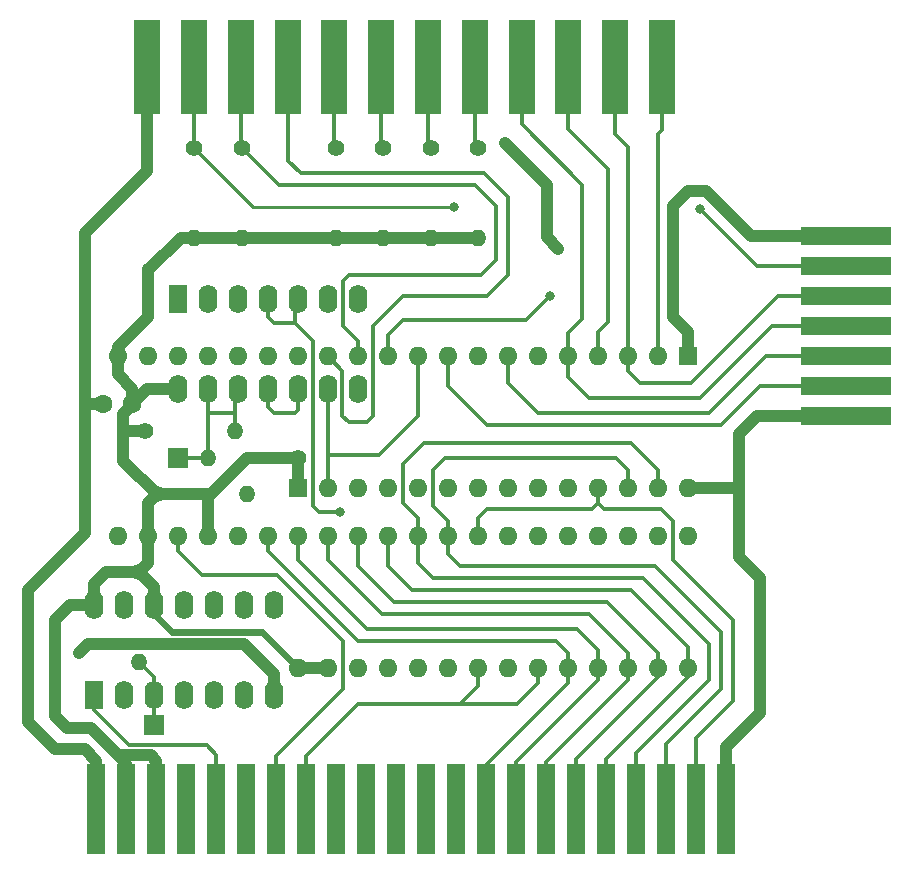
<source format=gbr>
%TF.GenerationSoftware,KiCad,Pcbnew,9.0.0*%
%TF.CreationDate,2025-04-04T09:07:06-04:00*%
%TF.ProjectId,RTC-Link2,5254432d-4c69-46e6-9b32-2e6b69636164,1.1*%
%TF.SameCoordinates,Original*%
%TF.FileFunction,Copper,L1,Top*%
%TF.FilePolarity,Positive*%
%FSLAX46Y46*%
G04 Gerber Fmt 4.6, Leading zero omitted, Abs format (unit mm)*
G04 Created by KiCad (PCBNEW 9.0.0) date 2025-04-04 09:07:06*
%MOMM*%
%LPD*%
G01*
G04 APERTURE LIST*
%TA.AperFunction,ComponentPad*%
%ADD10R,1.600000X2.400000*%
%TD*%
%TA.AperFunction,ComponentPad*%
%ADD11O,1.600000X2.400000*%
%TD*%
%TA.AperFunction,ComponentPad*%
%ADD12C,1.400000*%
%TD*%
%TA.AperFunction,ComponentPad*%
%ADD13O,1.400000X1.400000*%
%TD*%
%TA.AperFunction,ComponentPad*%
%ADD14R,1.600000X1.600000*%
%TD*%
%TA.AperFunction,ComponentPad*%
%ADD15O,1.600000X1.600000*%
%TD*%
%TA.AperFunction,ConnectorPad*%
%ADD16R,7.620000X1.524000*%
%TD*%
%TA.AperFunction,ConnectorPad*%
%ADD17R,1.524000X7.620000*%
%TD*%
%TA.AperFunction,ConnectorPad*%
%ADD18R,2.286000X8.000000*%
%TD*%
%TA.AperFunction,ComponentPad*%
%ADD19C,1.600000*%
%TD*%
%TA.AperFunction,ComponentPad*%
%ADD20R,1.700000X1.700000*%
%TD*%
%TA.AperFunction,ViaPad*%
%ADD21C,0.800000*%
%TD*%
%TA.AperFunction,Conductor*%
%ADD22C,1.000000*%
%TD*%
%TA.AperFunction,Conductor*%
%ADD23C,0.600000*%
%TD*%
%TA.AperFunction,Conductor*%
%ADD24C,0.300000*%
%TD*%
%TA.AperFunction,Conductor*%
%ADD25C,0.250000*%
%TD*%
G04 APERTURE END LIST*
D10*
%TO.P,U2,1*%
%TO.N,R{slash}~{W}*%
X125476000Y-103378000D03*
D11*
%TO.P,U2,2*%
%TO.N,Net-(U2-Pad2)*%
X128016000Y-103378000D03*
%TO.P,U2,3*%
%TO.N,Net-(J2-Pin_1)*%
X130556000Y-103378000D03*
%TO.P,U2,4*%
%TO.N,A15*%
X133096000Y-103378000D03*
%TO.P,U2,5*%
%TO.N,A14*%
X135636000Y-103378000D03*
%TO.P,U2,6*%
%TO.N,A13*%
X138176000Y-103378000D03*
%TO.P,U2,7,GND*%
%TO.N,GND*%
X140716000Y-103378000D03*
%TO.P,U2,8*%
%TO.N,~{GAME}*%
X140716000Y-95758000D03*
%TO.P,U2,9*%
%TO.N,N/C*%
X138176000Y-95758000D03*
%TO.P,U2,10*%
X135636000Y-95758000D03*
%TO.P,U2,11*%
%TO.N,Net-(U2-Pad11)*%
X133096000Y-95758000D03*
%TO.P,U2,12*%
%TO.N,5V*%
X130556000Y-95758000D03*
%TO.P,U2,13*%
%TO.N,N/C*%
X128016000Y-95758000D03*
%TO.P,U2,14,VCC*%
%TO.N,5V*%
X125476000Y-95758000D03*
%TD*%
D12*
%TO.P,R2,1*%
%TO.N,PB2*%
X138000000Y-57000000D03*
D13*
%TO.P,R2,2*%
%TO.N,5V*%
X138000000Y-64620000D03*
%TD*%
D14*
%TO.P,U1,1,VSS*%
%TO.N,GND*%
X175768000Y-74676000D03*
D15*
%TO.P,U1,2,PA0*%
%TO.N,PA0*%
X173228000Y-74676000D03*
%TO.P,U1,3,PA1*%
%TO.N,PA1*%
X170688000Y-74676000D03*
%TO.P,U1,4,PA2*%
%TO.N,PA2*%
X168148000Y-74676000D03*
%TO.P,U1,5,PA3*%
%TO.N,PA3*%
X165608000Y-74676000D03*
%TO.P,U1,6,PA4*%
%TO.N,PA4*%
X163068000Y-74676000D03*
%TO.P,U1,7,PA5*%
%TO.N,PA5*%
X160528000Y-74676000D03*
%TO.P,U1,8,PA6*%
%TO.N,PA6*%
X157988000Y-74676000D03*
%TO.P,U1,9,PA7*%
%TO.N,PA7*%
X155448000Y-74676000D03*
%TO.P,U1,10,PB0*%
%TO.N,PB0*%
X152908000Y-74676000D03*
%TO.P,U1,11,PB1*%
%TO.N,PB1*%
X150368000Y-74676000D03*
%TO.P,U1,12,PB2*%
%TO.N,PB2*%
X147828000Y-74676000D03*
%TO.P,U1,13,PB3*%
%TO.N,PB3*%
X145288000Y-74676000D03*
%TO.P,U1,14,PB4*%
%TO.N,PB4*%
X142748000Y-74676000D03*
%TO.P,U1,15,PB5*%
%TO.N,PB5*%
X140208000Y-74676000D03*
%TO.P,U1,16,PB6*%
%TO.N,PB6*%
X137668000Y-74676000D03*
%TO.P,U1,17,PB7*%
%TO.N,PB7*%
X135128000Y-74676000D03*
%TO.P,U1,18,CB1*%
%TO.N,unconnected-(U1-CB1-Pad18)*%
X132588000Y-74676000D03*
%TO.P,U1,19,CB2*%
%TO.N,unconnected-(U1-CB2-Pad19)*%
X130048000Y-74676000D03*
%TO.P,U1,20,VCC*%
%TO.N,5V*%
X127508000Y-74676000D03*
%TO.P,U1,21,R/~{W}*%
%TO.N,R{slash}~{W}*%
X127508000Y-89916000D03*
%TO.P,U1,22,CS0*%
%TO.N,5V*%
X130048000Y-89916000D03*
%TO.P,U1,23,~{CS2}*%
%TO.N,~{IO1}*%
X132588000Y-89916000D03*
%TO.P,U1,24,CS1*%
%TO.N,5V*%
X135128000Y-89916000D03*
%TO.P,U1,25,ENABLE*%
%TO.N,PHI2*%
X137668000Y-89916000D03*
%TO.P,U1,26,D7*%
%TO.N,D7*%
X140208000Y-89916000D03*
%TO.P,U1,27,D6*%
%TO.N,D6*%
X142748000Y-89916000D03*
%TO.P,U1,28,D5*%
%TO.N,D5*%
X145288000Y-89916000D03*
%TO.P,U1,29,D4*%
%TO.N,D4*%
X147828000Y-89916000D03*
%TO.P,U1,30,D3*%
%TO.N,D3*%
X150368000Y-89916000D03*
%TO.P,U1,31,D2*%
%TO.N,D2*%
X152908000Y-89916000D03*
%TO.P,U1,32,D1*%
%TO.N,D1*%
X155448000Y-89916000D03*
%TO.P,U1,33,D0*%
%TO.N,D0*%
X157988000Y-89916000D03*
%TO.P,U1,34,~{RESET}*%
%TO.N,~{RESET}*%
X160528000Y-89916000D03*
%TO.P,U1,35,RS1*%
%TO.N,A1*%
X163068000Y-89916000D03*
%TO.P,U1,36,RS0*%
%TO.N,A0*%
X165608000Y-89916000D03*
%TO.P,U1,37,~{IRQB}*%
%TO.N,unconnected-(U1-~{IRQB}-Pad37)*%
X168148000Y-89916000D03*
%TO.P,U1,38,~{IRQA}*%
%TO.N,unconnected-(U1-~{IRQA}-Pad38)*%
X170688000Y-89916000D03*
%TO.P,U1,39,CA2*%
%TO.N,CA2*%
X173228000Y-89916000D03*
%TO.P,U1,40,CA1*%
%TO.N,CA1*%
X175768000Y-89916000D03*
%TD*%
D16*
%TO.P,J1,1,Pin_1*%
%TO.N,GND*%
X189200000Y-79750000D03*
%TO.P,J1,2,Pin_2*%
%TO.N,PA7*%
X189200000Y-77210000D03*
%TO.P,J1,3,Pin_3*%
%TO.N,PA5*%
X189200000Y-74670000D03*
%TO.P,J1,4,Pin_4*%
%TO.N,PA3*%
X189200000Y-72130000D03*
%TO.P,J1,5,Pin_5*%
%TO.N,PA1*%
X189200000Y-69590000D03*
%TO.P,J1,6,Pin_6*%
%TO.N,PB1*%
X189200000Y-67050000D03*
%TO.P,J1,7,Pin_7*%
%TO.N,GND*%
X189200000Y-64510000D03*
%TD*%
D17*
%TO.P,P1,1,GND*%
%TO.N,GND*%
X125660000Y-113000000D03*
%TO.P,P1,2,+5V*%
%TO.N,5V*%
X128200000Y-113000000D03*
%TO.P,P1,3,+5V*%
X130740000Y-113000000D03*
%TO.P,P1,4,~{IRQ}*%
%TO.N,~{IRQ}*%
X133280000Y-113000000D03*
%TO.P,P1,5,R/~{W}*%
%TO.N,R{slash}~{W}*%
X135820000Y-113000000D03*
%TO.P,P1,6,DOTCLK*%
%TO.N,unconnected-(P1-DOTCLK-Pad6)*%
X138360000Y-113000000D03*
%TO.P,P1,7,~{I/O1}*%
%TO.N,~{IO1}*%
X140900000Y-113000000D03*
%TO.P,P1,8,~{GAME}*%
%TO.N,~{GAME}*%
X143440000Y-113000000D03*
%TO.P,P1,9,~{EXROM}*%
%TO.N,unconnected-(P1-~{EXROM}-Pad9)*%
X145980000Y-113000000D03*
%TO.P,P1,10,~{I/O2}*%
%TO.N,unconnected-(P1-~{I{slash}O2}-Pad10)*%
X148520000Y-113000000D03*
%TO.P,P1,11,~{ROML}*%
%TO.N,unconnected-(P1-~{ROML}-Pad11)*%
X151060000Y-113000000D03*
%TO.P,P1,12,BA*%
%TO.N,unconnected-(P1-BA-Pad12)*%
X153600000Y-113000000D03*
%TO.P,P1,13,~{DMA}*%
%TO.N,unconnected-(P1-~{DMA}-Pad13)*%
X156140000Y-113000000D03*
%TO.P,P1,14,D7*%
%TO.N,D7*%
X158680000Y-113000000D03*
%TO.P,P1,15,D6*%
%TO.N,D6*%
X161220000Y-113000000D03*
%TO.P,P1,16,D5*%
%TO.N,D5*%
X163760000Y-113000000D03*
%TO.P,P1,17,D4*%
%TO.N,D4*%
X166300000Y-113000000D03*
%TO.P,P1,18,D3*%
%TO.N,D3*%
X168840000Y-113000000D03*
%TO.P,P1,19,D2*%
%TO.N,D2*%
X171380000Y-113000000D03*
%TO.P,P1,20,D1*%
%TO.N,D1*%
X173920000Y-113000000D03*
%TO.P,P1,21,D0*%
%TO.N,D0*%
X176460000Y-113000000D03*
%TO.P,P1,22,GND*%
%TO.N,GND*%
X179000000Y-113000000D03*
%TD*%
D12*
%TO.P,R6,1*%
%TO.N,PB4*%
X158000000Y-57000000D03*
D13*
%TO.P,R6,2*%
%TO.N,5V*%
X158000000Y-64620000D03*
%TD*%
D12*
%TO.P,R3,1*%
%TO.N,PB7*%
X146000000Y-57000000D03*
D13*
%TO.P,R3,2*%
%TO.N,5V*%
X146000000Y-64620000D03*
%TD*%
D12*
%TO.P,R4,1*%
%TO.N,PB6*%
X150000000Y-57000000D03*
D13*
%TO.P,R4,2*%
%TO.N,5V*%
X150000000Y-64620000D03*
%TD*%
D18*
%TO.P,CN1,1*%
%TO.N,PA0*%
X173585000Y-50200000D03*
%TO.P,CN1,2*%
%TO.N,PA1*%
X169625000Y-50200000D03*
%TO.P,CN1,3*%
%TO.N,PA2*%
X165665000Y-50200000D03*
%TO.P,CN1,4*%
%TO.N,PA3*%
X161705000Y-50200000D03*
%TO.P,CN1,5*%
%TO.N,PB4*%
X157745000Y-50200000D03*
%TO.P,CN1,6*%
%TO.N,PB5*%
X153785000Y-50200000D03*
%TO.P,CN1,7*%
%TO.N,PB6*%
X149825000Y-50200000D03*
%TO.P,CN1,8*%
%TO.N,PB7*%
X145865000Y-50200000D03*
%TO.P,CN1,9*%
%TO.N,PB3*%
X141905000Y-50200000D03*
%TO.P,CN1,10*%
%TO.N,PB2*%
X137945000Y-50200000D03*
%TO.P,CN1,11*%
%TO.N,CA2*%
X133985000Y-50200000D03*
%TO.P,CN1,12*%
%TO.N,GND*%
X130025000Y-50200000D03*
%TD*%
D12*
%TO.P,R5,1*%
%TO.N,PB5*%
X154000000Y-57000000D03*
D13*
%TO.P,R5,2*%
%TO.N,5V*%
X154000000Y-64620000D03*
%TD*%
D12*
%TO.P,R1,1*%
%TO.N,CA2*%
X134000000Y-57000000D03*
D13*
%TO.P,R1,2*%
%TO.N,5V*%
X134000000Y-64620000D03*
%TD*%
D12*
%TO.P,R10,1*%
%TO.N,5V*%
X129286000Y-92964000D03*
D13*
%TO.P,R10,2*%
%TO.N,Net-(J2-Pin_1)*%
X129286000Y-100584000D03*
%TD*%
D14*
%TO.P,U4,1,VPP*%
%TO.N,5V*%
X142748000Y-85852000D03*
D15*
%TO.P,U4,2,A12*%
%TO.N,PB0*%
X145288000Y-85852000D03*
%TO.P,U4,3,A7*%
%TO.N,A7*%
X147828000Y-85852000D03*
%TO.P,U4,4,A6*%
%TO.N,A6*%
X150368000Y-85852000D03*
%TO.P,U4,5,A5*%
%TO.N,A5*%
X152908000Y-85852000D03*
%TO.P,U4,6,A4*%
%TO.N,A4*%
X155448000Y-85852000D03*
%TO.P,U4,7,A3*%
%TO.N,A3*%
X157988000Y-85852000D03*
%TO.P,U4,8,A2*%
%TO.N,A2*%
X160528000Y-85852000D03*
%TO.P,U4,9,A1*%
%TO.N,A1*%
X163068000Y-85852000D03*
%TO.P,U4,10,A0*%
%TO.N,A0*%
X165608000Y-85852000D03*
%TO.P,U4,11,D0*%
%TO.N,D0*%
X168148000Y-85852000D03*
%TO.P,U4,12,D1*%
%TO.N,D1*%
X170688000Y-85852000D03*
%TO.P,U4,13,D2*%
%TO.N,D2*%
X173228000Y-85852000D03*
%TO.P,U4,14,GND*%
%TO.N,GND*%
X175768000Y-85852000D03*
%TO.P,U4,15,D3*%
%TO.N,D3*%
X175768000Y-101092000D03*
%TO.P,U4,16,D4*%
%TO.N,D4*%
X173228000Y-101092000D03*
%TO.P,U4,17,D5*%
%TO.N,D5*%
X170688000Y-101092000D03*
%TO.P,U4,18,D6*%
%TO.N,D6*%
X168148000Y-101092000D03*
%TO.P,U4,19,D7*%
%TO.N,D7*%
X165608000Y-101092000D03*
%TO.P,U4,20,~{CE}*%
%TO.N,~{GAME}*%
X163068000Y-101092000D03*
%TO.P,U4,21,A10*%
%TO.N,A10*%
X160528000Y-101092000D03*
%TO.P,U4,22,~{OE}*%
%TO.N,~{GAME}*%
X157988000Y-101092000D03*
%TO.P,U4,23,A11*%
%TO.N,A11*%
X155448000Y-101092000D03*
%TO.P,U4,24,A9*%
%TO.N,A9*%
X152908000Y-101092000D03*
%TO.P,U4,25,A8*%
%TO.N,A8*%
X150368000Y-101092000D03*
%TO.P,U4,26,NC*%
%TO.N,unconnected-(U4-NC-Pad26)*%
X147828000Y-101092000D03*
%TO.P,U4,27,~{PGM}*%
%TO.N,5V*%
X145288000Y-101092000D03*
%TO.P,U4,28,VCC*%
X142748000Y-101092000D03*
%TD*%
D19*
%TO.P,C1,1*%
%TO.N,5V*%
X128738000Y-78740000D03*
%TO.P,C1,2*%
%TO.N,GND*%
X126238000Y-78740000D03*
%TD*%
D20*
%TO.P,J3,1,Pin_1*%
%TO.N,Net-(J3-Pin_1)*%
X132588000Y-83312000D03*
%TD*%
D12*
%TO.P,R7,1*%
%TO.N,5V*%
X129794000Y-81026000D03*
D13*
%TO.P,R7,2*%
%TO.N,Net-(J3-Pin_1)*%
X137414000Y-81026000D03*
%TD*%
D20*
%TO.P,J2,1,Pin_1*%
%TO.N,Net-(J2-Pin_1)*%
X130556000Y-105918000D03*
%TD*%
D12*
%TO.P,R9,1*%
%TO.N,5V*%
X130810000Y-86360000D03*
D13*
%TO.P,R9,2*%
%TO.N,PB0*%
X138430000Y-86360000D03*
%TD*%
D12*
%TO.P,R8,1*%
%TO.N,5V*%
X142748000Y-83312000D03*
D13*
%TO.P,R8,2*%
%TO.N,Net-(J3-Pin_1)*%
X135128000Y-83312000D03*
%TD*%
D10*
%TO.P,U3,1*%
%TO.N,unconnected-(U3-Pad1)*%
X132588000Y-69850000D03*
D11*
%TO.P,U3,2*%
%TO.N,unconnected-(U3-Pad2)*%
X135128000Y-69850000D03*
%TO.P,U3,3*%
%TO.N,unconnected-(U3-Pad3)*%
X137668000Y-69850000D03*
%TO.P,U3,4*%
%TO.N,A12*%
X140208000Y-69850000D03*
%TO.P,U3,5*%
X142748000Y-69850000D03*
%TO.P,U3,6*%
%TO.N,Net-(U2-Pad11)*%
X145288000Y-69850000D03*
%TO.P,U3,7,GND*%
%TO.N,GND*%
X147828000Y-69850000D03*
%TO.P,U3,8*%
%TO.N,Net-(U2-Pad2)*%
X147828000Y-77470000D03*
%TO.P,U3,9*%
%TO.N,PB0*%
X145288000Y-77470000D03*
%TO.P,U3,10*%
%TO.N,Net-(U3-Pad10)*%
X142748000Y-77470000D03*
%TO.P,U3,11*%
X140208000Y-77470000D03*
%TO.P,U3,12*%
%TO.N,Net-(J3-Pin_1)*%
X137668000Y-77470000D03*
%TO.P,U3,13*%
X135128000Y-77470000D03*
%TO.P,U3,14,VCC*%
%TO.N,5V*%
X132588000Y-77470000D03*
%TD*%
D21*
%TO.N,GND*%
X180086000Y-85852000D03*
X179000000Y-107766000D03*
X183896000Y-64510000D03*
X160274000Y-56642000D03*
X130025000Y-54864000D03*
X164820000Y-65550000D03*
X124206000Y-99822000D03*
X183896000Y-79750000D03*
%TO.N,A12*%
X146304000Y-87884000D03*
%TO.N,PB1*%
X164084000Y-69596000D03*
X176784000Y-62230000D03*
%TO.N,CA2*%
X156000000Y-62000000D03*
%TD*%
D22*
%TO.N,GND*%
X122174000Y-107950000D02*
X119888000Y-105664000D01*
X130025000Y-58951000D02*
X130025000Y-50200000D01*
X163830000Y-60198000D02*
X160274000Y-56642000D01*
X138176000Y-99060000D02*
X124968000Y-99060000D01*
X183896000Y-79750000D02*
X189200000Y-79750000D01*
X177292000Y-60706000D02*
X175768000Y-60706000D01*
X181864000Y-93472000D02*
X180086000Y-91694000D01*
X180086000Y-91694000D02*
X180086000Y-85852000D01*
X174498000Y-61976000D02*
X174498000Y-71374000D01*
X125660000Y-113000000D02*
X125660000Y-108896000D01*
X163830000Y-64560000D02*
X163830000Y-60198000D01*
X179000000Y-107766000D02*
X179000000Y-113000000D01*
X181096000Y-64510000D02*
X177292000Y-60706000D01*
X175768000Y-72644000D02*
X175768000Y-74676000D01*
X181864000Y-104902000D02*
X181864000Y-93472000D01*
X124714000Y-89662000D02*
X124714000Y-78740000D01*
X189200000Y-64510000D02*
X183896000Y-64510000D01*
X124714000Y-64262000D02*
X130025000Y-58951000D01*
X180086000Y-85852000D02*
X175768000Y-85852000D01*
X124714000Y-78740000D02*
X126238000Y-78740000D01*
X119888000Y-105664000D02*
X119888000Y-94488000D01*
X183896000Y-64510000D02*
X181096000Y-64510000D01*
X125660000Y-108896000D02*
X124714000Y-107950000D01*
X140716000Y-101600000D02*
X138176000Y-99060000D01*
X180086000Y-81280000D02*
X181616000Y-79750000D01*
X124714000Y-78740000D02*
X124714000Y-64262000D01*
X124714000Y-107950000D02*
X122174000Y-107950000D01*
X140716000Y-103378000D02*
X140716000Y-101600000D01*
X180086000Y-85852000D02*
X180086000Y-81280000D01*
X164820000Y-65550000D02*
X163830000Y-64560000D01*
X175768000Y-60706000D02*
X174498000Y-61976000D01*
X179000000Y-107766000D02*
X181864000Y-104902000D01*
X124968000Y-99060000D02*
X124206000Y-99822000D01*
X174498000Y-71374000D02*
X175768000Y-72644000D01*
X119888000Y-94488000D02*
X124714000Y-89662000D01*
X181616000Y-79750000D02*
X183896000Y-79750000D01*
%TO.N,5V*%
X130048000Y-89916000D02*
X130048000Y-92202000D01*
X130048000Y-67310000D02*
X130048000Y-71374000D01*
X127508000Y-73914000D02*
X127508000Y-74676000D01*
X128200000Y-109150000D02*
X127508000Y-108458000D01*
X123444000Y-95758000D02*
X125476000Y-95758000D01*
D23*
X130556000Y-96520000D02*
X132080000Y-98044000D01*
D22*
X122174000Y-97028000D02*
X123444000Y-95758000D01*
X130008000Y-77470000D02*
X132588000Y-77470000D01*
X128200000Y-113000000D02*
X128200000Y-109150000D01*
X129794000Y-81026000D02*
X127938001Y-81026000D01*
X130048000Y-87122000D02*
X130048000Y-89916000D01*
X128738000Y-78740000D02*
X130008000Y-77470000D01*
X130740000Y-108896000D02*
X130740000Y-113000000D01*
X127508000Y-108458000D02*
X125222000Y-106172000D01*
X129286000Y-92964000D02*
X126492000Y-92964000D01*
X123190000Y-106172000D02*
X122174000Y-105156000D01*
X142748000Y-83312000D02*
X142748000Y-85852000D01*
X138430000Y-83312000D02*
X142748000Y-83312000D01*
D23*
X132080000Y-98044000D02*
X139700000Y-98044000D01*
D22*
X127938001Y-81026000D02*
X127938001Y-79539999D01*
X130048000Y-71374000D02*
X127508000Y-73914000D01*
X130810000Y-86360000D02*
X135382000Y-86360000D01*
X158000000Y-64620000D02*
X154000000Y-64620000D01*
X134000000Y-64620000D02*
X132842000Y-64620000D01*
X142748000Y-101092000D02*
X145288000Y-101092000D01*
X135382000Y-86360000D02*
X136652000Y-85090000D01*
X130810000Y-86360000D02*
X127938001Y-83488001D01*
X135382000Y-86360000D02*
X135128000Y-86614000D01*
X130048000Y-92202000D02*
X129286000Y-92964000D01*
X122174000Y-105156000D02*
X122174000Y-97028000D01*
X128738000Y-77430000D02*
X128738000Y-78740000D01*
X138000000Y-64620000D02*
X134000000Y-64620000D01*
X136652000Y-85090000D02*
X138430000Y-83312000D01*
X146000000Y-64620000D02*
X138000000Y-64620000D01*
X154000000Y-64620000D02*
X150000000Y-64620000D01*
X130810000Y-86360000D02*
X130048000Y-87122000D01*
X130556000Y-94234000D02*
X130556000Y-95758000D01*
X127508000Y-74676000D02*
X127508000Y-76200000D01*
X125476000Y-93980000D02*
X125476000Y-95758000D01*
X127938001Y-83488001D02*
X127938001Y-81026000D01*
X127508000Y-76200000D02*
X128738000Y-77430000D01*
X127938001Y-79539999D02*
X128738000Y-78740000D01*
X126492000Y-92964000D02*
X125476000Y-93980000D01*
D23*
X130556000Y-95758000D02*
X130556000Y-96520000D01*
D22*
X127508000Y-108458000D02*
X130302000Y-108458000D01*
X130302000Y-108458000D02*
X130740000Y-108896000D01*
X150000000Y-64620000D02*
X146000000Y-64620000D01*
X130152000Y-67310000D02*
X132842000Y-64620000D01*
X125222000Y-106172000D02*
X123190000Y-106172000D01*
D23*
X139700000Y-98044000D02*
X142748000Y-101092000D01*
D22*
X135128000Y-86614000D02*
X135128000Y-89916000D01*
X129286000Y-92964000D02*
X130556000Y-94234000D01*
X130048000Y-67310000D02*
X130152000Y-67310000D01*
D24*
%TO.N,D7*%
X158680000Y-109290000D02*
X158680000Y-113000000D01*
X165608000Y-99822000D02*
X164592000Y-98806000D01*
X165608000Y-101092000D02*
X165608000Y-99822000D01*
X164592000Y-98806000D02*
X147828000Y-98806000D01*
X165608000Y-102362000D02*
X158680000Y-109290000D01*
X140208000Y-91186000D02*
X140208000Y-89916000D01*
X147828000Y-98806000D02*
X140208000Y-91186000D01*
X165608000Y-101092000D02*
X165608000Y-102362000D01*
%TO.N,D6*%
X168148000Y-102108000D02*
X161220000Y-109036000D01*
X142748000Y-91948000D02*
X142748000Y-89916000D01*
X168148000Y-101092000D02*
X168148000Y-99568000D01*
X148590000Y-97790000D02*
X142748000Y-91948000D01*
X161220000Y-109036000D02*
X161220000Y-113000000D01*
X168148000Y-101092000D02*
X168148000Y-102108000D01*
X168148000Y-99568000D02*
X166370000Y-97790000D01*
X166370000Y-97790000D02*
X148590000Y-97790000D01*
%TO.N,D5*%
X170688000Y-101092000D02*
X170688000Y-102108000D01*
X149860000Y-96520000D02*
X145288000Y-91948000D01*
X145288000Y-91948000D02*
X145288000Y-89916000D01*
X163760000Y-109036000D02*
X163760000Y-113000000D01*
X170688000Y-102108000D02*
X163760000Y-109036000D01*
X167386000Y-96520000D02*
X149860000Y-96520000D01*
X170688000Y-101092000D02*
X170688000Y-99822000D01*
X170688000Y-99822000D02*
X167386000Y-96520000D01*
%TO.N,D4*%
X173228000Y-99822000D02*
X168910000Y-95504000D01*
X173228000Y-101092000D02*
X173228000Y-99822000D01*
X168910000Y-95504000D02*
X150876000Y-95504000D01*
X147828000Y-92456000D02*
X147828000Y-89916000D01*
X150876000Y-95504000D02*
X147828000Y-92456000D01*
X173228000Y-101092000D02*
X173228000Y-101854000D01*
X173228000Y-101854000D02*
X166300000Y-108782000D01*
X166300000Y-108782000D02*
X166300000Y-113000000D01*
%TO.N,D3*%
X175768000Y-99314000D02*
X170942000Y-94488000D01*
X175768000Y-101854000D02*
X168840000Y-108782000D01*
X168840000Y-108782000D02*
X168840000Y-113000000D01*
X170942000Y-94488000D02*
X152400000Y-94488000D01*
X150368000Y-92456000D02*
X150368000Y-89916000D01*
X175768000Y-101092000D02*
X175768000Y-101854000D01*
X152400000Y-94488000D02*
X150368000Y-92456000D01*
X175768000Y-101092000D02*
X175768000Y-99314000D01*
%TO.N,D2*%
X173228000Y-84328000D02*
X170942000Y-82042000D01*
X151638000Y-83820000D02*
X151638000Y-87122000D01*
X171958000Y-93472000D02*
X177546000Y-99060000D01*
X154178000Y-93472000D02*
X171958000Y-93472000D01*
X177546000Y-102108000D02*
X171380000Y-108274000D01*
X173228000Y-85852000D02*
X173228000Y-84328000D01*
X151638000Y-87122000D02*
X152908000Y-88392000D01*
X152908000Y-88392000D02*
X152908000Y-89916000D01*
X152908000Y-92202000D02*
X154178000Y-93472000D01*
X177546000Y-99060000D02*
X177546000Y-102108000D01*
X152908000Y-89916000D02*
X152908000Y-92202000D01*
X171380000Y-108274000D02*
X171380000Y-113000000D01*
X153416000Y-82042000D02*
X151638000Y-83820000D01*
X170942000Y-82042000D02*
X153416000Y-82042000D01*
%TO.N,D1*%
X172974000Y-92456000D02*
X156464000Y-92456000D01*
X155194000Y-83312000D02*
X169672000Y-83312000D01*
X155448000Y-88646000D02*
X154178000Y-87376000D01*
X154178000Y-84328000D02*
X155194000Y-83312000D01*
X173920000Y-113000000D02*
X173920000Y-107512000D01*
X154178000Y-87376000D02*
X154178000Y-84328000D01*
X178562000Y-102870000D02*
X178562000Y-98044000D01*
X170688000Y-84328000D02*
X170688000Y-85852000D01*
X155448000Y-89916000D02*
X155448000Y-88646000D01*
X169672000Y-83312000D02*
X170688000Y-84328000D01*
X155448000Y-91440000D02*
X155448000Y-89916000D01*
X173920000Y-107512000D02*
X178562000Y-102870000D01*
X156464000Y-92456000D02*
X155448000Y-91440000D01*
X178562000Y-98044000D02*
X172974000Y-92456000D01*
%TO.N,D0*%
X179578000Y-103886000D02*
X179578000Y-97028000D01*
X176460000Y-113000000D02*
X176460000Y-107004000D01*
X174498000Y-88646000D02*
X173482000Y-87630000D01*
X168148000Y-87122000D02*
X168148000Y-85852000D01*
X173482000Y-87630000D02*
X168656000Y-87630000D01*
X174498000Y-91948000D02*
X174498000Y-88646000D01*
X158750000Y-87630000D02*
X167640000Y-87630000D01*
X167640000Y-87630000D02*
X168148000Y-87122000D01*
X157988000Y-89916000D02*
X157988000Y-88392000D01*
X157988000Y-88392000D02*
X158750000Y-87630000D01*
X168656000Y-87630000D02*
X168148000Y-87122000D01*
X179578000Y-97028000D02*
X174498000Y-91948000D01*
X176460000Y-107004000D02*
X179578000Y-103886000D01*
%TO.N,A12*%
X142494000Y-71882000D02*
X144018000Y-73406000D01*
X140208000Y-71374000D02*
X140716000Y-71882000D01*
X144526000Y-87884000D02*
X146304000Y-87884000D01*
X142494000Y-70612000D02*
X142494000Y-71882000D01*
X140716000Y-71882000D02*
X142494000Y-71882000D01*
X144018000Y-87376000D02*
X144526000Y-87884000D01*
X140208000Y-69850000D02*
X140208000Y-71374000D01*
X144018000Y-73406000D02*
X144018000Y-87376000D01*
%TO.N,PA0*%
X173228000Y-55880000D02*
X173585000Y-55523000D01*
X173585000Y-55523000D02*
X173585000Y-50200000D01*
X173228000Y-74676000D02*
X173228000Y-55880000D01*
%TO.N,PA1*%
X171704000Y-76962000D02*
X176022000Y-76962000D01*
X170688000Y-75946000D02*
X171704000Y-76962000D01*
X183394000Y-69590000D02*
X189200000Y-69590000D01*
X170688000Y-56943000D02*
X169625000Y-55880000D01*
X169625000Y-50200000D02*
X169625000Y-55880000D01*
X170688000Y-74676000D02*
X170688000Y-75946000D01*
X170688000Y-74676000D02*
X170688000Y-56943000D01*
X176022000Y-76962000D02*
X183394000Y-69590000D01*
%TO.N,PA2*%
X168148000Y-74676000D02*
X168148000Y-72582000D01*
X165665000Y-55429000D02*
X165665000Y-50200000D01*
X169010000Y-58774000D02*
X165665000Y-55429000D01*
X168148000Y-72582000D02*
X169010000Y-71720000D01*
X169010000Y-71720000D02*
X169010000Y-58774000D01*
%TO.N,PA3*%
X161705000Y-55025000D02*
X161705000Y-50200000D01*
X182886000Y-72130000D02*
X189200000Y-72130000D01*
X165608000Y-74676000D02*
X165608000Y-72722000D01*
X165608000Y-74676000D02*
X165608000Y-76454000D01*
X167386000Y-78232000D02*
X176784000Y-78232000D01*
X166810000Y-60130000D02*
X161705000Y-55025000D01*
X166810000Y-71520000D02*
X166810000Y-60130000D01*
X165608000Y-76454000D02*
X167386000Y-78232000D01*
X165608000Y-72722000D02*
X166810000Y-71520000D01*
X176784000Y-78232000D02*
X182886000Y-72130000D01*
%TO.N,PA5*%
X160528000Y-76962000D02*
X163068000Y-79502000D01*
X160528000Y-74676000D02*
X160528000Y-76962000D01*
X163068000Y-79502000D02*
X177546000Y-79502000D01*
X177546000Y-79502000D02*
X182378000Y-74670000D01*
X182378000Y-74670000D02*
X189200000Y-74670000D01*
%TO.N,PB0*%
X145288000Y-77470000D02*
X145288000Y-83820000D01*
X152908000Y-74676000D02*
X152908000Y-79756000D01*
X149606000Y-83058000D02*
X145288000Y-83058000D01*
X145288000Y-83820000D02*
X145288000Y-85852000D01*
X145288000Y-83312000D02*
X145288000Y-83820000D01*
X152908000Y-79756000D02*
X149606000Y-83058000D01*
X145288000Y-83058000D02*
X145288000Y-83312000D01*
%TO.N,PB1*%
X162052000Y-71628000D02*
X164084000Y-69596000D01*
X155956000Y-71628000D02*
X162052000Y-71628000D01*
X181604000Y-67050000D02*
X189200000Y-67050000D01*
X150368000Y-72898000D02*
X151130000Y-72136000D01*
X151638000Y-71628000D02*
X155956000Y-71628000D01*
X151130000Y-72136000D02*
X151638000Y-71628000D01*
X150368000Y-74676000D02*
X150368000Y-73152000D01*
X176784000Y-62230000D02*
X181604000Y-67050000D01*
X150368000Y-73152000D02*
X150368000Y-72898000D01*
%TO.N,PB2*%
X138000000Y-57000000D02*
X141198000Y-60198000D01*
X147066000Y-67818000D02*
X146558000Y-68326000D01*
X147828000Y-73406000D02*
X147828000Y-74676000D01*
X141198000Y-60198000D02*
X157734000Y-60198000D01*
X159512000Y-61976000D02*
X159512000Y-66548000D01*
X157734000Y-60198000D02*
X159512000Y-61976000D01*
X137945000Y-50200000D02*
X137945000Y-56945000D01*
X146558000Y-68326000D02*
X146558000Y-72136000D01*
X146558000Y-72136000D02*
X147828000Y-73406000D01*
X158242000Y-67818000D02*
X147066000Y-67818000D01*
X159512000Y-66548000D02*
X158242000Y-67818000D01*
X137945000Y-56945000D02*
X138000000Y-57000000D01*
%TO.N,PB3*%
X147066000Y-80264000D02*
X148590000Y-80264000D01*
X145288000Y-74676000D02*
X146532000Y-75920000D01*
X146532000Y-75920000D02*
X146532000Y-79730000D01*
X160528000Y-67818000D02*
X160528000Y-61214000D01*
X158750000Y-69596000D02*
X160528000Y-67818000D01*
X146532000Y-79730000D02*
X147066000Y-80264000D01*
X160528000Y-61214000D02*
X158496000Y-59182000D01*
X149098000Y-79756000D02*
X149098000Y-72136000D01*
X141905000Y-58085000D02*
X141905000Y-50200000D01*
X148590000Y-80264000D02*
X149098000Y-79756000D01*
X149098000Y-72136000D02*
X151638000Y-69596000D01*
X151638000Y-69596000D02*
X158750000Y-69596000D01*
X158496000Y-59182000D02*
X143002000Y-59182000D01*
X143002000Y-59182000D02*
X141905000Y-58085000D01*
%TO.N,PB4*%
X157745000Y-56745000D02*
X158000000Y-57000000D01*
X157745000Y-50200000D02*
X157745000Y-56745000D01*
%TO.N,PB5*%
X153785000Y-56785000D02*
X154000000Y-57000000D01*
X153785000Y-50200000D02*
X153785000Y-56785000D01*
%TO.N,PB6*%
X149825000Y-50200000D02*
X149825000Y-56825000D01*
X149825000Y-56825000D02*
X150000000Y-57000000D01*
%TO.N,PB7*%
X145865000Y-56865000D02*
X146000000Y-57000000D01*
X145865000Y-50200000D02*
X145865000Y-56865000D01*
%TO.N,PA7*%
X181870000Y-77210000D02*
X189200000Y-77210000D01*
X158750000Y-80518000D02*
X178562000Y-80518000D01*
X178562000Y-80518000D02*
X181870000Y-77210000D01*
X155448000Y-74676000D02*
X155448000Y-77216000D01*
X155448000Y-77216000D02*
X158750000Y-80518000D01*
D25*
%TO.N,CA2*%
X156000000Y-62000000D02*
X139000000Y-62000000D01*
D24*
X133985000Y-56985000D02*
X134000000Y-57000000D01*
X133985000Y-50200000D02*
X133985000Y-56985000D01*
D25*
X139000000Y-62000000D02*
X134000000Y-57000000D01*
D24*
%TO.N,R{slash}~{W}*%
X135820000Y-108388000D02*
X135820000Y-113000000D01*
X125476000Y-104648000D02*
X128436000Y-107608000D01*
X135040000Y-107608000D02*
X135820000Y-108388000D01*
X128436000Y-107608000D02*
X135040000Y-107608000D01*
X125476000Y-103378000D02*
X125476000Y-104648000D01*
%TO.N,~{IO1}*%
X146558000Y-98806000D02*
X146558000Y-102870000D01*
X146558000Y-102870000D02*
X140900000Y-108528000D01*
X132588000Y-91186000D02*
X134620000Y-93218000D01*
X140900000Y-108528000D02*
X140900000Y-113000000D01*
X134620000Y-93218000D02*
X140970000Y-93218000D01*
X140970000Y-93218000D02*
X146558000Y-98806000D01*
X132588000Y-89916000D02*
X132588000Y-91186000D01*
%TO.N,~{GAME}*%
X161290000Y-104140000D02*
X156464000Y-104140000D01*
X143440000Y-108528000D02*
X143440000Y-113000000D01*
X163068000Y-102362000D02*
X161290000Y-104140000D01*
X156464000Y-104140000D02*
X147828000Y-104140000D01*
X157988000Y-101092000D02*
X157988000Y-102616000D01*
X147828000Y-104140000D02*
X143440000Y-108528000D01*
X157988000Y-102616000D02*
X156464000Y-104140000D01*
X163068000Y-101092000D02*
X163068000Y-102362000D01*
%TO.N,Net-(U3-Pad10)*%
X140208000Y-77470000D02*
X140208000Y-78994000D01*
X140716000Y-79502000D02*
X142494000Y-79502000D01*
X142748000Y-79248000D02*
X142748000Y-77470000D01*
X142494000Y-79502000D02*
X142748000Y-79248000D01*
X140208000Y-78994000D02*
X140716000Y-79502000D01*
%TO.N,Net-(J2-Pin_1)*%
X130556000Y-103378000D02*
X130556000Y-101854000D01*
X130556000Y-103378000D02*
X130556000Y-105918000D01*
X130556000Y-101854000D02*
X129286000Y-100584000D01*
%TO.N,Net-(J3-Pin_1)*%
X137414000Y-77724000D02*
X137668000Y-77470000D01*
X137414000Y-79502000D02*
X135128000Y-79502000D01*
X135128000Y-79502000D02*
X135128000Y-77470000D01*
X137414000Y-79502000D02*
X137414000Y-77724000D01*
X135128000Y-83312000D02*
X132588000Y-83312000D01*
X137414000Y-81026000D02*
X137414000Y-79502000D01*
X135128000Y-83312000D02*
X135128000Y-79502000D01*
%TD*%
M02*

</source>
